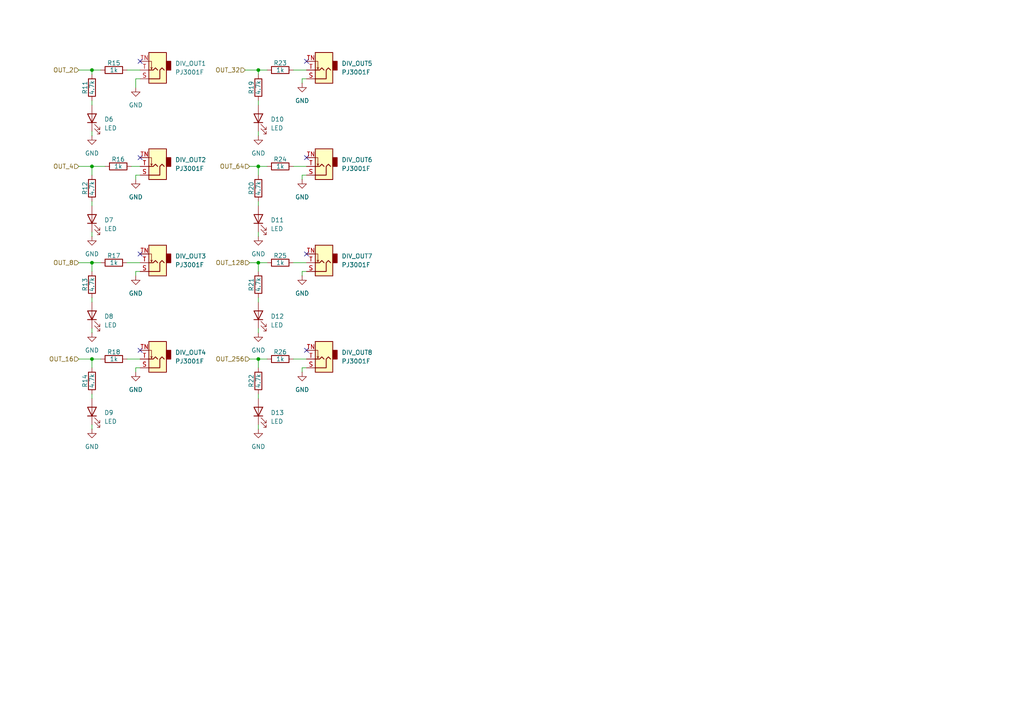
<source format=kicad_sch>
(kicad_sch (version 20231120) (generator "eeschema") (generator_version "8.0")
  (paper "A4")
  (lib_symbols
    (symbol "Device:LED" (pin_numbers hide) (pin_names (offset 1.016) hide)
      (property "Reference" "D" (at 0 2.54 0))
      (property "Value" "LED" (at 0 -2.54 0))
      (symbol "LED_0_1"
        (polyline (pts (xy -1.27 -1.27) (xy -1.27 1.27)) (stroke (width 0.254)))
        (polyline (pts (xy -1.27 0) (xy 1.27 0)))
        (polyline (pts (xy 1.27 -1.27) (xy 1.27 1.27) (xy -1.27 0) (xy 1.27 -1.27)) (stroke (width 0.254)))
        (polyline (pts (xy -3.048 -0.762) (xy -4.572 -2.286) (xy -3.81 -2.286) (xy -4.572 -2.286) (xy -4.572 -1.524)))
        (polyline (pts (xy -1.778 -0.762) (xy -3.302 -2.286) (xy -2.54 -2.286) (xy -3.302 -2.286) (xy -3.302 -1.524)))
      )
      (symbol "LED_1_1"
        (pin passive line (at -3.81 0 0) (length 2.54) (name "K") (number "1"))
        (pin passive line (at 3.81 0 180) (length 2.54) (name "A") (number "2"))
      )
    )
    (symbol "Device:R" (pin_numbers hide) (pin_names (offset 0))
      (property "Reference" "R" (at 2.032 0 90))
      (property "Value" "R" (at 0 0 90))
      (symbol "R_0_1"
        (rectangle (start -1.016 -2.54) (end 1.016 2.54) (stroke (width 0.254)))
      )
      (symbol "R_1_1"
        (pin passive line (at 0 3.81 270) (length 1.27) (name "~") (number "1"))
        (pin passive line (at 0 -3.81 90) (length 1.27) (name "~") (number "2"))
      )
    )
    (symbol "benjiaomodular:PJ3001F"
      (property "Reference" "J" (at 0 8.89 0))
      (property "Value" "PJ3001F" (at 0 6.35 0))
      (symbol "PJ3001F_0_1"
        (rectangle (start -2.54 0) (end -3.81 -2.54) (stroke (width 0.254)) (fill (type outline)))
        (polyline (pts (xy 1.778 -0.254) (xy 2.032 -0.762)))
        (polyline (pts (xy 0 0) (xy 0.635 -0.635) (xy 1.27 0) (xy 2.54 0)) (stroke (width 0.254)))
        (polyline (pts (xy 2.54 -2.54) (xy 1.778 -2.54) (xy 1.778 -0.254) (xy 1.524 -0.762)))
        (polyline (pts (xy 2.54 2.54) (xy -0.635 2.54) (xy -0.635 0) (xy -1.27 -0.635) (xy -1.905 0)) (stroke (width 0.254)))
        (rectangle (start 2.54 3.81) (end -2.54 -5.08) (stroke (width 0.254)) (fill (type background)))
      )
      (symbol "PJ3001F_1_1"
        (pin passive line (at 5.08 2.54 180) (length 2.54) (name "~") (number "S"))
        (pin passive line (at 5.08 0 180) (length 2.54) (name "~") (number "T"))
        (pin passive line (at 5.08 -2.54 180) (length 2.54) (name "~") (number "TN"))
      )
    )
    (symbol "power:GND" (power) (pin_numbers hide) (pin_names (offset 0) hide)
      (property "Value" "GND" (at 0 -3.81 0))
      (symbol "GND_0_1"
        (polyline (pts (xy 0 0) (xy 0 -1.27) (xy 1.27 -1.27) (xy 0 -2.54) (xy -1.27 -1.27) (xy 0 -1.27)))
      )
      (symbol "GND_1_1"
        (pin power_in line (at 0 0 270) (length 0) (name "~") (number "1"))
      )
    )
  )
  (junction (at 74.93 20.32))
  (junction (at 26.67 104.14))
  (junction (at 26.67 76.2))
  (junction (at 74.93 48.26))
  (junction (at 74.93 104.14))
  (junction (at 74.93 76.2))
  (junction (at 26.67 48.26))
  (junction (at 26.67 20.32))
  (no_connect (at 40.64 73.66))
  (no_connect (at 88.9 101.6))
  (no_connect (at 88.9 45.72))
  (no_connect (at 40.64 17.78))
  (no_connect (at 88.9 17.78))
  (no_connect (at 40.64 45.72))
  (no_connect (at 88.9 73.66))
  (no_connect (at 40.64 101.6))
  (wire (pts (xy 88.9 50.8) (xy 87.63 50.8)))
  (wire (pts (xy 38.1 48.26) (xy 40.64 48.26)))
  (wire (pts (xy 36.83 20.32) (xy 40.64 20.32)))
  (wire (pts (xy 36.83 76.2) (xy 40.64 76.2)))
  (wire (pts (xy 74.93 104.14) (xy 77.47 104.14)))
  (wire (pts (xy 39.37 50.8) (xy 39.37 52.07)))
  (wire (pts (xy 74.93 76.2) (xy 74.93 78.74)))
  (wire (pts (xy 88.9 106.68) (xy 87.63 106.68)))
  (wire (pts (xy 26.67 38.1) (xy 26.67 39.37)))
  (wire (pts (xy 36.83 104.14) (xy 40.64 104.14)))
  (wire (pts (xy 26.67 95.25) (xy 26.67 96.52)))
  (wire (pts (xy 40.64 106.68) (xy 39.37 106.68)))
  (wire (pts (xy 26.67 104.14) (xy 29.21 104.14)))
  (wire (pts (xy 26.67 76.2) (xy 29.21 76.2)))
  (wire (pts (xy 74.93 104.14) (xy 74.93 106.68)))
  (wire (pts (xy 74.93 86.36) (xy 74.93 87.63)))
  (wire (pts (xy 74.93 38.1) (xy 74.93 39.37)))
  (wire (pts (xy 40.64 78.74) (xy 39.37 78.74)))
  (wire (pts (xy 26.67 104.14) (xy 26.67 106.68)))
  (wire (pts (xy 26.67 48.26) (xy 30.48 48.26)))
  (wire (pts (xy 72.39 76.2) (xy 74.93 76.2)))
  (wire (pts (xy 26.67 86.36) (xy 26.67 87.63)))
  (wire (pts (xy 87.63 22.86) (xy 87.63 24.13)))
  (wire (pts (xy 85.09 104.14) (xy 88.9 104.14)))
  (wire (pts (xy 74.93 58.42) (xy 74.93 59.69)))
  (wire (pts (xy 88.9 78.74) (xy 87.63 78.74)))
  (wire (pts (xy 22.86 20.32) (xy 26.67 20.32)))
  (wire (pts (xy 87.63 78.74) (xy 87.63 80.01)))
  (wire (pts (xy 26.67 67.31) (xy 26.67 68.58)))
  (wire (pts (xy 72.39 48.26) (xy 74.93 48.26)))
  (wire (pts (xy 74.93 123.19) (xy 74.93 124.46)))
  (wire (pts (xy 74.93 76.2) (xy 77.47 76.2)))
  (wire (pts (xy 26.67 59.69) (xy 26.67 58.42)))
  (wire (pts (xy 22.86 104.14) (xy 26.67 104.14)))
  (wire (pts (xy 26.67 48.26) (xy 26.67 50.8)))
  (wire (pts (xy 26.67 20.32) (xy 26.67 21.59)))
  (wire (pts (xy 74.93 48.26) (xy 77.47 48.26)))
  (wire (pts (xy 22.86 48.26) (xy 26.67 48.26)))
  (wire (pts (xy 26.67 114.3) (xy 26.67 115.57)))
  (wire (pts (xy 85.09 76.2) (xy 88.9 76.2)))
  (wire (pts (xy 74.93 67.31) (xy 74.93 68.58)))
  (wire (pts (xy 74.93 95.25) (xy 74.93 96.52)))
  (wire (pts (xy 74.93 20.32) (xy 74.93 21.59)))
  (wire (pts (xy 85.09 48.26) (xy 88.9 48.26)))
  (wire (pts (xy 87.63 50.8) (xy 87.63 52.07)))
  (wire (pts (xy 72.39 104.14) (xy 74.93 104.14)))
  (wire (pts (xy 39.37 22.86) (xy 39.37 25.4)))
  (wire (pts (xy 88.9 22.86) (xy 87.63 22.86)))
  (wire (pts (xy 26.67 20.32) (xy 29.21 20.32)))
  (wire (pts (xy 85.09 20.32) (xy 88.9 20.32)))
  (wire (pts (xy 40.64 50.8) (xy 39.37 50.8)))
  (wire (pts (xy 74.93 20.32) (xy 77.47 20.32)))
  (wire (pts (xy 39.37 106.68) (xy 39.37 107.95)))
  (wire (pts (xy 26.67 29.21) (xy 26.67 30.48)))
  (wire (pts (xy 40.64 22.86) (xy 39.37 22.86)))
  (wire (pts (xy 39.37 78.74) (xy 39.37 80.01)))
  (wire (pts (xy 74.93 48.26) (xy 74.93 50.8)))
  (wire (pts (xy 22.86 76.2) (xy 26.67 76.2)))
  (wire (pts (xy 74.93 114.3) (xy 74.93 115.57)))
  (wire (pts (xy 26.67 123.19) (xy 26.67 124.46)))
  (wire (pts (xy 74.93 29.21) (xy 74.93 30.48)))
  (wire (pts (xy 71.12 20.32) (xy 74.93 20.32)))
  (wire (pts (xy 26.67 76.2) (xy 26.67 78.74)))
  (wire (pts (xy 87.63 106.68) (xy 87.63 107.95)))
  (hierarchical_label "OUT_128" (shape input) (at 72.39 76.2 180))
  (hierarchical_label "OUT_64" (shape input) (at 72.39 48.26 180))
  (hierarchical_label "OUT_256" (shape input) (at 72.39 104.14 180))
  (hierarchical_label "OUT_16" (shape input) (at 22.86 104.14 180))
  (hierarchical_label "OUT_32" (shape input) (at 71.12 20.32 180))
  (hierarchical_label "OUT_2" (shape input) (at 22.86 20.32 180))
  (hierarchical_label "OUT_8" (shape input) (at 22.86 76.2 180))
  (hierarchical_label "OUT_4" (shape input) (at 22.86 48.26 180))
  (symbol (lib_id "power:GND") (at 74.93 68.58 0) (unit 1)
    (property "Reference" "#PWR034" (effects (hide yes)))
    (property "Value" "GND" (at 74.93 73.66 0))
    (property "Description" "Power symbol creates a global label with name \"GND\" , ground" (effects (hide yes)))
  )
  (symbol (lib_id "Device:R") (at 74.93 82.55 0) (unit 1)
    (property "Reference" "R21" (at 72.898 82.55 90))
    (property "Value" "4.7k" (at 74.93 82.55 90))
    (property "Footprint" "Resistor_SMD:R_0603_1608Metric_Pad0.98x0.95mm_HandSolder" (effects (hide yes)))
    (property "Description" "Resistor" (effects (hide yes)))
  )
  (symbol (lib_id "power:GND") (at 87.63 24.13 0) (unit 1)
    (property "Reference" "#PWR037" (effects (hide yes)))
    (property "Value" "GND" (at 87.63 29.21 0))
    (property "Description" "Power symbol creates a global label with name \"GND\" , ground" (effects (hide yes)))
  )
  (symbol (lib_id "benjiaomodular:PJ3001F") (at 45.72 48.26 180) (unit 1)
    (property "Reference" "DIV_OUT2" (at 50.8 46.3549 0) (effects (justify right)))
    (property "Value" "PJ3001F" (at 50.8 48.8949 0) (effects (justify right)))
    (property "Footprint" "benjiaomodular:AudioJack_3.5mm" (effects (hide yes)))
    (property "Description" "Audio Jack, 2 Poles (Mono / TS), Switched T Pole (Normalling)" (effects (hide yes)))
  )
  (symbol (lib_id "benjiaomodular:PJ3001F") (at 93.98 104.14 180) (unit 1)
    (property "Reference" "DIV_OUT8" (at 99.06 102.2349 0) (effects (justify right)))
    (property "Value" "PJ3001F" (at 99.06 104.7749 0) (effects (justify right)))
    (property "Footprint" "benjiaomodular:AudioJack_3.5mm" (effects (hide yes)))
    (property "Description" "Audio Jack, 2 Poles (Mono / TS), Switched T Pole (Normalling)" (effects (hide yes)))
  )
  (symbol (lib_id "power:GND") (at 26.67 39.37 0) (unit 1)
    (property "Reference" "#PWR025" (effects (hide yes)))
    (property "Value" "GND" (at 26.67 44.45 0))
    (property "Description" "Power symbol creates a global label with name \"GND\" , ground" (effects (hide yes)))
  )
  (symbol (lib_id "benjiaomodular:PJ3001F") (at 93.98 76.2 180) (unit 1)
    (property "Reference" "DIV_OUT7" (at 99.06 74.2949 0) (effects (justify right)))
    (property "Value" "PJ3001F" (at 99.06 76.8349 0) (effects (justify right)))
    (property "Footprint" "benjiaomodular:AudioJack_3.5mm" (effects (hide yes)))
    (property "Description" "Audio Jack, 2 Poles (Mono / TS), Switched T Pole (Normalling)" (effects (hide yes)))
  )
  (symbol (lib_id "power:GND") (at 74.93 124.46 0) (unit 1)
    (property "Reference" "#PWR036" (effects (hide yes)))
    (property "Value" "GND" (at 74.93 129.54 0))
    (property "Description" "Power symbol creates a global label with name \"GND\" , ground" (effects (hide yes)))
  )
  (symbol (lib_id "Device:R") (at 81.28 76.2 270) (unit 1)
    (property "Reference" "R25" (at 81.28 74.168 90))
    (property "Value" "1k" (at 81.28 76.2 90))
    (property "Footprint" "Resistor_SMD:R_0603_1608Metric_Pad0.98x0.95mm_HandSolder" (effects (hide yes)))
    (property "Description" "Resistor" (effects (hide yes)))
  )
  (symbol (lib_id "Device:R") (at 26.67 110.49 0) (unit 1)
    (property "Reference" "R14" (at 24.638 110.49 90))
    (property "Value" "4.7k" (at 26.67 110.49 90))
    (property "Footprint" "Resistor_SMD:R_0603_1608Metric_Pad0.98x0.95mm_HandSolder" (effects (hide yes)))
    (property "Description" "Resistor" (effects (hide yes)))
  )
  (symbol (lib_id "power:GND") (at 39.37 80.01 0) (unit 1)
    (property "Reference" "#PWR031" (effects (hide yes)))
    (property "Value" "GND" (at 39.37 85.09 0))
    (property "Description" "Power symbol creates a global label with name \"GND\" , ground" (effects (hide yes)))
  )
  (symbol (lib_id "benjiaomodular:PJ3001F") (at 45.72 20.32 180) (unit 1)
    (property "Reference" "DIV_OUT1" (at 50.8 18.4149 0) (effects (justify right)))
    (property "Value" "PJ3001F" (at 50.8 20.9549 0) (effects (justify right)))
    (property "Footprint" "benjiaomodular:AudioJack_3.5mm" (effects (hide yes)))
    (property "Description" "Audio Jack, 2 Poles (Mono / TS), Switched T Pole (Normalling)" (effects (hide yes)))
  )
  (symbol (lib_id "power:GND") (at 74.93 39.37 0) (unit 1)
    (property "Reference" "#PWR033" (effects (hide yes)))
    (property "Value" "GND" (at 74.93 44.45 0))
    (property "Description" "Power symbol creates a global label with name \"GND\" , ground" (effects (hide yes)))
  )
  (symbol (lib_id "benjiaomodular:PJ3001F") (at 45.72 104.14 180) (unit 1)
    (property "Reference" "DIV_OUT4" (at 50.8 102.2349 0) (effects (justify right)))
    (property "Value" "PJ3001F" (at 50.8 104.7749 0) (effects (justify right)))
    (property "Footprint" "benjiaomodular:AudioJack_3.5mm" (effects (hide yes)))
    (property "Description" "Audio Jack, 2 Poles (Mono / TS), Switched T Pole (Normalling)" (effects (hide yes)))
  )
  (symbol (lib_id "Device:LED") (at 26.67 63.5 90) (unit 1)
    (property "Reference" "D7" (at 30.226 63.8174 90) (effects (justify right)))
    (property "Value" "LED" (at 30.226 66.3574 90) (effects (justify right)))
    (property "Footprint" "LED_THT:LED_D3.0mm" (effects (hide yes)))
    (property "Description" "Light emitting diode" (effects (hide yes)))
    (property "Manufacturers Name" "KENTO" (effects (hide yes)))
    (property "Manufacturers Part Number" "3ARG4HWC" (effects (hide yes)))
  )
  (symbol (lib_id "Device:R") (at 26.67 25.4 0) (unit 1)
    (property "Reference" "R11" (at 24.638 25.4 90))
    (property "Value" "4.7k" (at 26.67 25.4 90))
    (property "Footprint" "Resistor_SMD:R_0603_1608Metric_Pad0.98x0.95mm_HandSolder" (effects (hide yes)))
    (property "Description" "Resistor" (effects (hide yes)))
  )
  (symbol (lib_id "power:GND") (at 74.93 96.52 0) (unit 1)
    (property "Reference" "#PWR035" (effects (hide yes)))
    (property "Value" "GND" (at 74.93 101.6 0))
    (property "Description" "Power symbol creates a global label with name \"GND\" , ground" (effects (hide yes)))
  )
  (symbol (lib_id "power:GND") (at 87.63 80.01 0) (unit 1)
    (property "Reference" "#PWR039" (effects (hide yes)))
    (property "Value" "GND" (at 87.63 85.09 0))
    (property "Description" "Power symbol creates a global label with name \"GND\" , ground" (effects (hide yes)))
  )
  (symbol (lib_id "Device:R") (at 81.28 20.32 270) (unit 1)
    (property "Reference" "R23" (at 81.28 18.288 90))
    (property "Value" "1k" (at 81.28 20.32 90))
    (property "Footprint" "Resistor_SMD:R_0603_1608Metric_Pad0.98x0.95mm_HandSolder" (effects (hide yes)))
    (property "Description" "Resistor" (effects (hide yes)))
  )
  (symbol (lib_id "Device:R") (at 74.93 110.49 0) (unit 1)
    (property "Reference" "R22" (at 72.898 110.49 90))
    (property "Value" "4.7k" (at 74.93 110.49 90))
    (property "Footprint" "Resistor_SMD:R_0603_1608Metric_Pad0.98x0.95mm_HandSolder" (effects (hide yes)))
    (property "Description" "Resistor" (effects (hide yes)))
  )
  (symbol (lib_id "Device:LED") (at 74.93 34.29 90) (unit 1)
    (property "Reference" "D10" (at 78.486 34.6074 90) (effects (justify right)))
    (property "Value" "LED" (at 78.486 37.1474 90) (effects (justify right)))
    (property "Footprint" "LED_THT:LED_D3.0mm" (effects (hide yes)))
    (property "Description" "Light emitting diode" (effects (hide yes)))
    (property "Manufacturers Name" "KENTO" (effects (hide yes)))
    (property "Manufacturers Part Number" "3ARG4HWC" (effects (hide yes)))
  )
  (symbol (lib_id "Device:LED") (at 26.67 91.44 90) (unit 1)
    (property "Reference" "D8" (at 30.226 91.7574 90) (effects (justify right)))
    (property "Value" "LED" (at 30.226 94.2974 90) (effects (justify right)))
    (property "Footprint" "LED_THT:LED_D3.0mm" (effects (hide yes)))
    (property "Description" "Light emitting diode" (effects (hide yes)))
    (property "Manufacturers Name" "KENTO" (effects (hide yes)))
    (property "Manufacturers Part Number" "3ARG4HWC" (effects (hide yes)))
  )
  (symbol (lib_id "Device:R") (at 33.02 76.2 270) (unit 1)
    (property "Reference" "R17" (at 33.02 74.168 90))
    (property "Value" "1k" (at 33.02 76.2 90))
    (property "Footprint" "Resistor_SMD:R_0603_1608Metric_Pad0.98x0.95mm_HandSolder" (effects (hide yes)))
    (property "Description" "Resistor" (effects (hide yes)))
  )
  (symbol (lib_id "Device:R") (at 81.28 48.26 270) (unit 1)
    (property "Reference" "R24" (at 81.28 46.228 90))
    (property "Value" "1k" (at 81.28 48.26 90))
    (property "Footprint" "Resistor_SMD:R_0603_1608Metric_Pad0.98x0.95mm_HandSolder" (effects (hide yes)))
    (property "Description" "Resistor" (effects (hide yes)))
  )
  (symbol (lib_id "Device:R") (at 81.28 104.14 270) (unit 1)
    (property "Reference" "R26" (at 81.28 102.108 90))
    (property "Value" "1k" (at 81.28 104.14 90))
    (property "Footprint" "Resistor_SMD:R_0603_1608Metric_Pad0.98x0.95mm_HandSolder" (effects (hide yes)))
    (property "Description" "Resistor" (effects (hide yes)))
  )
  (symbol (lib_id "power:GND") (at 39.37 52.07 0) (unit 1)
    (property "Reference" "#PWR030" (effects (hide yes)))
    (property "Value" "GND" (at 39.37 57.15 0))
    (property "Description" "Power symbol creates a global label with name \"GND\" , ground" (effects (hide yes)))
  )
  (symbol (lib_id "power:GND") (at 87.63 52.07 0) (unit 1)
    (property "Reference" "#PWR038" (effects (hide yes)))
    (property "Value" "GND" (at 87.63 57.15 0))
    (property "Description" "Power symbol creates a global label with name \"GND\" , ground" (effects (hide yes)))
  )
  (symbol (lib_id "Device:LED") (at 26.67 119.38 90) (unit 1)
    (property "Reference" "D9" (at 30.226 119.6974 90) (effects (justify right)))
    (property "Value" "LED" (at 30.226 122.2374 90) (effects (justify right)))
    (property "Footprint" "LED_THT:LED_D3.0mm" (effects (hide yes)))
    (property "Description" "Light emitting diode" (effects (hide yes)))
    (property "Manufacturers Name" "KENTO" (effects (hide yes)))
    (property "Manufacturers Part Number" "3ARG4HWC" (effects (hide yes)))
  )
  (symbol (lib_id "power:GND") (at 26.67 96.52 0) (unit 1)
    (property "Reference" "#PWR027" (effects (hide yes)))
    (property "Value" "GND" (at 26.67 101.6 0))
    (property "Description" "Power symbol creates a global label with name \"GND\" , ground" (effects (hide yes)))
  )
  (symbol (lib_id "Device:R") (at 74.93 25.4 0) (unit 1)
    (property "Reference" "R19" (at 72.898 25.4 90))
    (property "Value" "4.7k" (at 74.93 25.4 90))
    (property "Footprint" "Resistor_SMD:R_0603_1608Metric_Pad0.98x0.95mm_HandSolder" (effects (hide yes)))
    (property "Description" "Resistor" (effects (hide yes)))
  )
  (symbol (lib_id "benjiaomodular:PJ3001F") (at 93.98 48.26 180) (unit 1)
    (property "Reference" "DIV_OUT6" (at 99.06 46.3549 0) (effects (justify right)))
    (property "Value" "PJ3001F" (at 99.06 48.8949 0) (effects (justify right)))
    (property "Footprint" "benjiaomodular:AudioJack_3.5mm" (effects (hide yes)))
    (property "Description" "Audio Jack, 2 Poles (Mono / TS), Switched T Pole (Normalling)" (effects (hide yes)))
  )
  (symbol (lib_id "Device:LED") (at 74.93 119.38 90) (unit 1)
    (property "Reference" "D13" (at 78.486 119.6974 90) (effects (justify right)))
    (property "Value" "LED" (at 78.486 122.2374 90) (effects (justify right)))
    (property "Footprint" "LED_THT:LED_D3.0mm" (effects (hide yes)))
    (property "Description" "Light emitting diode" (effects (hide yes)))
    (property "Manufacturers Name" "KENTO" (effects (hide yes)))
    (property "Manufacturers Part Number" "3ARG4HWC" (effects (hide yes)))
  )
  (symbol (lib_id "Device:R") (at 26.67 82.55 0) (unit 1)
    (property "Reference" "R13" (at 24.638 82.55 90))
    (property "Value" "4.7k" (at 26.67 82.55 90))
    (property "Footprint" "Resistor_SMD:R_0603_1608Metric_Pad0.98x0.95mm_HandSolder" (effects (hide yes)))
    (property "Description" "Resistor" (effects (hide yes)))
  )
  (symbol (lib_id "Device:R") (at 26.67 54.61 0) (unit 1)
    (property "Reference" "R12" (at 24.638 54.61 90))
    (property "Value" "4.7k" (at 26.67 54.61 90))
    (property "Footprint" "Resistor_SMD:R_0603_1608Metric_Pad0.98x0.95mm_HandSolder" (effects (hide yes)))
    (property "Description" "Resistor" (effects (hide yes)))
  )
  (symbol (lib_id "benjiaomodular:PJ3001F") (at 93.98 20.32 180) (unit 1)
    (property "Reference" "DIV_OUT5" (at 99.06 18.4149 0) (effects (justify right)))
    (property "Value" "PJ3001F" (at 99.06 20.9549 0) (effects (justify right)))
    (property "Footprint" "benjiaomodular:AudioJack_3.5mm" (effects (hide yes)))
    (property "Description" "Audio Jack, 2 Poles (Mono / TS), Switched T Pole (Normalling)" (effects (hide yes)))
  )
  (symbol (lib_id "Device:R") (at 33.02 20.32 270) (unit 1)
    (property "Reference" "R15" (at 33.02 18.288 90))
    (property "Value" "1k" (at 33.02 20.32 90))
    (property "Footprint" "Resistor_SMD:R_0603_1608Metric_Pad0.98x0.95mm_HandSolder" (effects (hide yes)))
    (property "Description" "Resistor" (effects (hide yes)))
  )
  (symbol (lib_id "power:GND") (at 87.63 107.95 0) (unit 1)
    (property "Reference" "#PWR040" (effects (hide yes)))
    (property "Value" "GND" (at 87.63 113.03 0))
    (property "Description" "Power symbol creates a global label with name \"GND\" , ground" (effects (hide yes)))
  )
  (symbol (lib_id "power:GND") (at 39.37 25.4 0) (unit 1)
    (property "Reference" "#PWR029" (effects (hide yes)))
    (property "Value" "GND" (at 39.37 30.48 0))
    (property "Description" "Power symbol creates a global label with name \"GND\" , ground" (effects (hide yes)))
  )
  (symbol (lib_id "benjiaomodular:PJ3001F") (at 45.72 76.2 180) (unit 1)
    (property "Reference" "DIV_OUT3" (at 50.8 74.2949 0) (effects (justify right)))
    (property "Value" "PJ3001F" (at 50.8 76.8349 0) (effects (justify right)))
    (property "Footprint" "benjiaomodular:AudioJack_3.5mm" (effects (hide yes)))
    (property "Description" "Audio Jack, 2 Poles (Mono / TS), Switched T Pole (Normalling)" (effects (hide yes)))
  )
  (symbol (lib_id "power:GND") (at 26.67 68.58 0) (unit 1)
    (property "Reference" "#PWR026" (effects (hide yes)))
    (property "Value" "GND" (at 26.67 73.66 0))
    (property "Description" "Power symbol creates a global label with name \"GND\" , ground" (effects (hide yes)))
  )
  (symbol (lib_id "Device:R") (at 34.29 48.26 270) (unit 1)
    (property "Reference" "R16" (at 34.29 46.228 90))
    (property "Value" "1k" (at 34.29 48.26 90))
    (property "Footprint" "Resistor_SMD:R_0603_1608Metric_Pad0.98x0.95mm_HandSolder" (effects (hide yes)))
    (property "Description" "Resistor" (effects (hide yes)))
  )
  (symbol (lib_id "power:GND") (at 39.37 107.95 0) (unit 1)
    (property "Reference" "#PWR032" (effects (hide yes)))
    (property "Value" "GND" (at 39.37 113.03 0))
    (property "Description" "Power symbol creates a global label with name \"GND\" , ground" (effects (hide yes)))
  )
  (symbol (lib_id "Device:R") (at 74.93 54.61 0) (unit 1)
    (property "Reference" "R20" (at 72.898 54.61 90))
    (property "Value" "4.7k" (at 74.93 54.61 90))
    (property "Footprint" "Resistor_SMD:R_0603_1608Metric_Pad0.98x0.95mm_HandSolder" (effects (hide yes)))
    (property "Description" "Resistor" (effects (hide yes)))
  )
  (symbol (lib_id "power:GND") (at 26.67 124.46 0) (unit 1)
    (property "Reference" "#PWR028" (effects (hide yes)))
    (property "Value" "GND" (at 26.67 129.54 0))
    (property "Description" "Power symbol creates a global label with name \"GND\" , ground" (effects (hide yes)))
  )
  (symbol (lib_id "Device:LED") (at 26.67 34.29 90) (unit 1)
    (property "Reference" "D6" (at 30.226 34.6074 90) (effects (justify right)))
    (property "Value" "LED" (at 30.226 37.1474 90) (effects (justify right)))
    (property "Footprint" "LED_THT:LED_D3.0mm" (effects (hide yes)))
    (property "Description" "Light emitting diode" (effects (hide yes)))
    (property "Manufacturers Name" "KENTO" (effects (hide yes)))
    (property "Manufacturers Part Number" "3ARG4HWC" (effects (hide yes)))
  )
  (symbol (lib_id "Device:R") (at 33.02 104.14 270) (unit 1)
    (property "Reference" "R18" (at 33.02 102.108 90))
    (property "Value" "1k" (at 33.02 104.14 90))
    (property "Footprint" "Resistor_SMD:R_0603_1608Metric_Pad0.98x0.95mm_HandSolder" (effects (hide yes)))
    (property "Description" "Resistor" (effects (hide yes)))
  )
  (symbol (lib_id "Device:LED") (at 74.93 91.44 90) (unit 1)
    (property "Reference" "D12" (at 78.486 91.7574 90) (effects (justify right)))
    (property "Value" "LED" (at 78.486 94.2974 90) (effects (justify right)))
    (property "Footprint" "LED_THT:LED_D3.0mm" (effects (hide yes)))
    (property "Description" "Light emitting diode" (effects (hide yes)))
    (property "Manufacturers Name" "KENTO" (effects (hide yes)))
    (property "Manufacturers Part Number" "3ARG4HWC" (effects (hide yes)))
  )
  (symbol (lib_id "Device:LED") (at 74.93 63.5 90) (unit 1)
    (property "Reference" "D11" (at 78.486 63.8174 90) (effects (justify right)))
    (property "Value" "LED" (at 78.486 66.3574 90) (effects (justify right)))
    (property "Footprint" "LED_THT:LED_D3.0mm" (effects (hide yes)))
    (property "Description" "Light emitting diode" (effects (hide yes)))
    (property "Manufacturers Name" "KENTO" (effects (hide yes)))
    (property "Manufacturers Part Number" "3ARG4HWC" (effects (hide yes)))
  )
)
</source>
